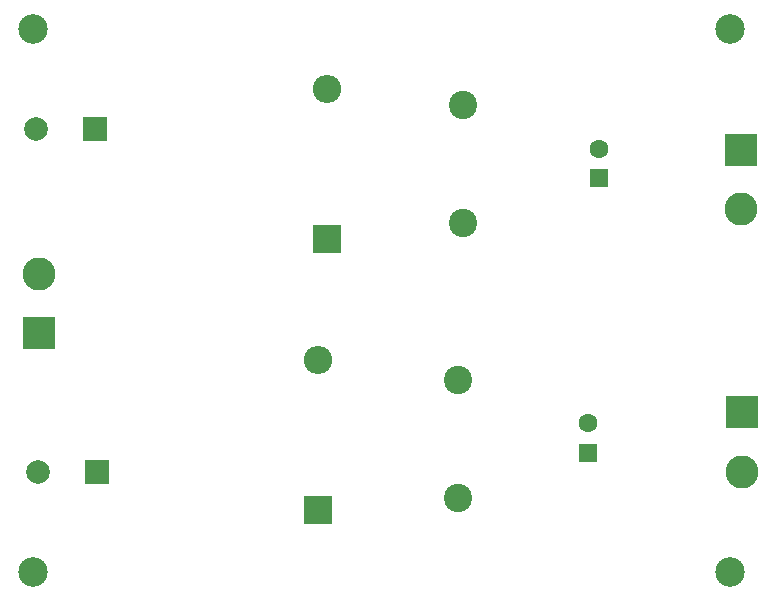
<source format=gbr>
%TF.GenerationSoftware,KiCad,Pcbnew,8.0.7*%
%TF.CreationDate,2024-12-31T18:49:18-05:00*%
%TF.ProjectId,12V-5V-3V3-BuckConverter,3132562d-3556-42d3-9356-332d4275636b,rev?*%
%TF.SameCoordinates,Original*%
%TF.FileFunction,Soldermask,Bot*%
%TF.FilePolarity,Negative*%
%FSLAX46Y46*%
G04 Gerber Fmt 4.6, Leading zero omitted, Abs format (unit mm)*
G04 Created by KiCad (PCBNEW 8.0.7) date 2024-12-31 18:49:18*
%MOMM*%
%LPD*%
G01*
G04 APERTURE LIST*
%ADD10C,2.400000*%
%ADD11C,2.800000*%
%ADD12R,2.800000X2.800000*%
%ADD13C,2.500000*%
%ADD14O,2.400000X2.400000*%
%ADD15R,2.400000X2.400000*%
%ADD16R,1.600000X1.600000*%
%ADD17C,1.600000*%
%ADD18R,2.000000X2.000000*%
%ADD19C,2.000000*%
G04 APERTURE END LIST*
D10*
%TO.C,L2*%
X190400000Y-76000000D03*
X190400000Y-86000000D03*
%TD*%
%TO.C,L1*%
X190000000Y-99250000D03*
X190000000Y-109250000D03*
%TD*%
D11*
%TO.C,J3*%
X214000000Y-107000000D03*
D12*
X214000000Y-102000000D03*
%TD*%
%TO.C,J2*%
X213905000Y-79750000D03*
D11*
X213905000Y-84750000D03*
%TD*%
%TO.C,J1*%
X154500000Y-90250000D03*
D12*
X154500000Y-95250000D03*
%TD*%
D13*
%TO.C,H4*%
X154000000Y-69500000D03*
%TD*%
%TO.C,H3*%
X154000000Y-115500000D03*
%TD*%
%TO.C,H2*%
X213000000Y-115500000D03*
%TD*%
%TO.C,H1*%
X213000000Y-69500000D03*
%TD*%
D14*
%TO.C,D2*%
X178900000Y-74650000D03*
D15*
X178900000Y-87350000D03*
%TD*%
%TO.C,D1*%
X178142677Y-110225000D03*
D14*
X178142677Y-97525000D03*
%TD*%
D16*
%TO.C,C4*%
X201900000Y-82182380D03*
D17*
X201900000Y-79682380D03*
%TD*%
%TO.C,C3*%
X201000000Y-102932380D03*
D16*
X201000000Y-105432380D03*
%TD*%
D18*
%TO.C,C2*%
X159267677Y-78000000D03*
D19*
X154267677Y-78000000D03*
%TD*%
%TO.C,C1*%
X154367677Y-107000000D03*
D18*
X159367677Y-107000000D03*
%TD*%
M02*

</source>
